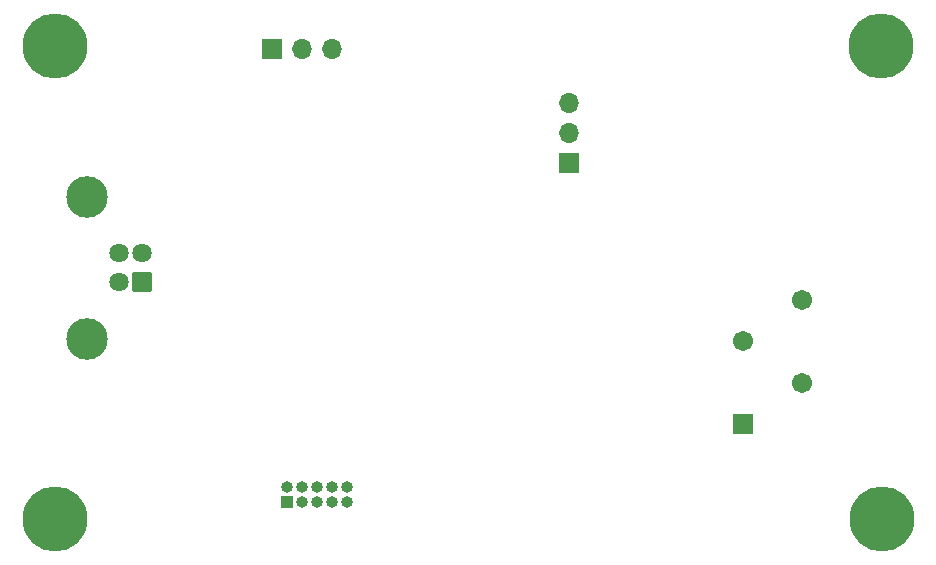
<source format=gbr>
%TF.GenerationSoftware,KiCad,Pcbnew,7.0.6-0*%
%TF.CreationDate,2023-10-10T09:43:15+11:00*%
%TF.ProjectId,CAN-Scope,43414e2d-5363-46f7-9065-2e6b69636164,rev?*%
%TF.SameCoordinates,Original*%
%TF.FileFunction,Soldermask,Bot*%
%TF.FilePolarity,Negative*%
%FSLAX46Y46*%
G04 Gerber Fmt 4.6, Leading zero omitted, Abs format (unit mm)*
G04 Created by KiCad (PCBNEW 7.0.6-0) date 2023-10-10 09:43:15*
%MOMM*%
%LPD*%
G01*
G04 APERTURE LIST*
G04 Aperture macros list*
%AMRoundRect*
0 Rectangle with rounded corners*
0 $1 Rounding radius*
0 $2 $3 $4 $5 $6 $7 $8 $9 X,Y pos of 4 corners*
0 Add a 4 corners polygon primitive as box body*
4,1,4,$2,$3,$4,$5,$6,$7,$8,$9,$2,$3,0*
0 Add four circle primitives for the rounded corners*
1,1,$1+$1,$2,$3*
1,1,$1+$1,$4,$5*
1,1,$1+$1,$6,$7*
1,1,$1+$1,$8,$9*
0 Add four rect primitives between the rounded corners*
20,1,$1+$1,$2,$3,$4,$5,0*
20,1,$1+$1,$4,$5,$6,$7,0*
20,1,$1+$1,$6,$7,$8,$9,0*
20,1,$1+$1,$8,$9,$2,$3,0*%
G04 Aperture macros list end*
%ADD10R,1.700000X1.700000*%
%ADD11O,1.700000X1.700000*%
%ADD12C,1.712000*%
%ADD13RoundRect,0.102000X0.754000X-0.754000X0.754000X0.754000X-0.754000X0.754000X-0.754000X-0.754000X0*%
%ADD14RoundRect,0.102000X-0.714000X0.714000X-0.714000X-0.714000X0.714000X-0.714000X0.714000X0.714000X0*%
%ADD15C,1.632000*%
%ADD16C,3.520000*%
%ADD17R,1.000000X1.000000*%
%ADD18O,1.000000X1.000000*%
%ADD19C,5.500000*%
%ADD20C,3.600000*%
G04 APERTURE END LIST*
D10*
%TO.C,J5*%
X193294000Y-51562000D03*
D11*
X195834000Y-51562000D03*
X198374000Y-51562000D03*
%TD*%
D12*
%TO.C,J4*%
X238172000Y-72812000D03*
X233172000Y-76312000D03*
X238172000Y-79812000D03*
D13*
X233172000Y-83312000D03*
%TD*%
D14*
%TO.C,J1*%
X182340000Y-71334000D03*
D15*
X182340000Y-68834000D03*
X180340000Y-68834000D03*
X180340000Y-71334000D03*
D16*
X177630000Y-64064000D03*
X177630000Y-76104000D03*
%TD*%
D17*
%TO.C,J3*%
X194564000Y-89916000D03*
D18*
X194564000Y-88646000D03*
X195834000Y-89916000D03*
X195834000Y-88646000D03*
X197104000Y-89916000D03*
X197104000Y-88646000D03*
X198374000Y-89916000D03*
X198374000Y-88646000D03*
X199644000Y-89916000D03*
X199644000Y-88646000D03*
%TD*%
D11*
%TO.C,J2*%
X218415000Y-56134000D03*
X218415000Y-58674000D03*
D10*
X218415000Y-61214000D03*
%TD*%
D19*
%TO.C,H4*%
X174920000Y-91330000D03*
D20*
X174920000Y-91330000D03*
%TD*%
D19*
%TO.C,H3*%
X174950000Y-51300000D03*
D20*
X174950000Y-51300000D03*
%TD*%
D19*
%TO.C,H2*%
X244910000Y-51350000D03*
D20*
X244910000Y-51350000D03*
%TD*%
D19*
%TO.C,H1*%
X244920000Y-91370000D03*
D20*
X244920000Y-91370000D03*
%TD*%
M02*

</source>
